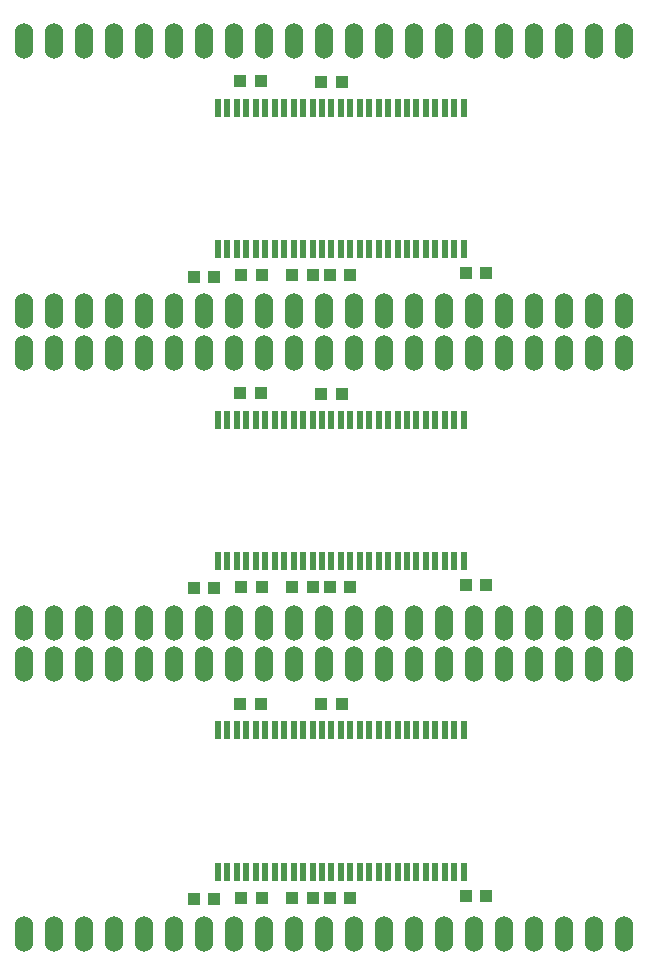
<source format=gtp>
G04 #@! TF.GenerationSoftware,KiCad,Pcbnew,(5.0.2)-1*
G04 #@! TF.CreationDate,2019-01-04T01:54:45+09:00*
G04 #@! TF.ProjectId,sdram-pane,73647261-6d2d-4706-916e-652e6b696361,v1.0*
G04 #@! TF.SameCoordinates,Original*
G04 #@! TF.FileFunction,Paste,Top*
G04 #@! TF.FilePolarity,Positive*
%FSLAX46Y46*%
G04 Gerber Fmt 4.6, Leading zero omitted, Abs format (unit mm)*
G04 Created by KiCad (PCBNEW (5.0.2)-1) date 2019/01/04 1:54:45*
%MOMM*%
%LPD*%
G01*
G04 APERTURE LIST*
%ADD10O,1.524000X3.048000*%
%ADD11R,1.049020X1.079500*%
%ADD12R,0.550000X1.500000*%
G04 APERTURE END LIST*
D10*
G04 #@! TO.C,J1*
X118110000Y-53340000D03*
X120650000Y-53340000D03*
X123190000Y-53340000D03*
X125730000Y-53340000D03*
X128270000Y-53340000D03*
X130810000Y-53340000D03*
X133350000Y-53340000D03*
X135890000Y-53340000D03*
X138430000Y-53340000D03*
X140970000Y-53340000D03*
X143510000Y-53340000D03*
X146050000Y-53340000D03*
X148590000Y-53340000D03*
X151130000Y-53340000D03*
X153670000Y-53340000D03*
X156210000Y-53340000D03*
X158750000Y-53340000D03*
X161290000Y-53340000D03*
X163830000Y-53340000D03*
X166370000Y-53340000D03*
X168910000Y-53340000D03*
G04 #@! TD*
G04 #@! TO.C,J2*
X118110000Y-30480000D03*
X120650000Y-30480000D03*
X123190000Y-30480000D03*
X125730000Y-30480000D03*
X128270000Y-30480000D03*
X130810000Y-30480000D03*
X133350000Y-30480000D03*
X135890000Y-30480000D03*
X138430000Y-30480000D03*
X140970000Y-30480000D03*
X143510000Y-30480000D03*
X146050000Y-30480000D03*
X148590000Y-30480000D03*
X151130000Y-30480000D03*
X153670000Y-30480000D03*
X156210000Y-30480000D03*
X158750000Y-30480000D03*
X161290000Y-30480000D03*
X163830000Y-30480000D03*
X166370000Y-30480000D03*
X168910000Y-30480000D03*
G04 #@! TD*
D11*
G04 #@! TO.C,C1*
X136452240Y-50300000D03*
X138199760Y-50300000D03*
G04 #@! TD*
G04 #@! TO.C,C2*
X132452480Y-50400000D03*
X134200000Y-50400000D03*
G04 #@! TD*
G04 #@! TO.C,C3*
X140752240Y-50300000D03*
X142499760Y-50300000D03*
G04 #@! TD*
G04 #@! TO.C,C4*
X143950240Y-50300000D03*
X145697760Y-50300000D03*
G04 #@! TD*
G04 #@! TO.C,C5*
X155476240Y-50100000D03*
X157223760Y-50100000D03*
G04 #@! TD*
G04 #@! TO.C,C6*
X144999760Y-33900000D03*
X143252240Y-33900000D03*
G04 #@! TD*
G04 #@! TO.C,C7*
X138099760Y-33850000D03*
X136352240Y-33850000D03*
G04 #@! TD*
D12*
G04 #@! TO.C,U1*
X134500000Y-48100000D03*
X135300000Y-48100000D03*
X136100000Y-48100000D03*
X136900000Y-48100000D03*
X137700000Y-48100000D03*
X138500000Y-48100000D03*
X139300000Y-48100000D03*
X140100000Y-48100000D03*
X140900000Y-48100000D03*
X141700000Y-48100000D03*
X142500000Y-48100000D03*
X143300000Y-48100000D03*
X144100000Y-48100000D03*
X144900000Y-48100000D03*
X145700000Y-48100000D03*
X146500000Y-48100000D03*
X147300000Y-48100000D03*
X148100000Y-48100000D03*
X148900000Y-48100000D03*
X149700000Y-48100000D03*
X150500000Y-48100000D03*
X151300000Y-48100000D03*
X152100000Y-48100000D03*
X152900000Y-48100000D03*
X153700000Y-48100000D03*
X154500000Y-48100000D03*
X155300000Y-48100000D03*
X155300000Y-36100000D03*
X154500000Y-36100000D03*
X153700000Y-36100000D03*
X152900000Y-36100000D03*
X152100000Y-36100000D03*
X151300000Y-36100000D03*
X150500000Y-36100000D03*
X149700000Y-36100000D03*
X148900000Y-36100000D03*
X148100000Y-36100000D03*
X147300000Y-36100000D03*
X146500000Y-36100000D03*
X145700000Y-36100000D03*
X144900000Y-36100000D03*
X144100000Y-36100000D03*
X143300000Y-36100000D03*
X142500000Y-36100000D03*
X141700000Y-36100000D03*
X140900000Y-36100000D03*
X140100000Y-36100000D03*
X139300000Y-36100000D03*
X138500000Y-36100000D03*
X137700000Y-36100000D03*
X136900000Y-36100000D03*
X136100000Y-36100000D03*
X135300000Y-36100000D03*
X134500000Y-36100000D03*
G04 #@! TD*
D10*
G04 #@! TO.C,J1*
X118110000Y-79740000D03*
X120650000Y-79740000D03*
X123190000Y-79740000D03*
X125730000Y-79740000D03*
X128270000Y-79740000D03*
X130810000Y-79740000D03*
X133350000Y-79740000D03*
X135890000Y-79740000D03*
X138430000Y-79740000D03*
X140970000Y-79740000D03*
X143510000Y-79740000D03*
X146050000Y-79740000D03*
X148590000Y-79740000D03*
X151130000Y-79740000D03*
X153670000Y-79740000D03*
X156210000Y-79740000D03*
X158750000Y-79740000D03*
X161290000Y-79740000D03*
X163830000Y-79740000D03*
X166370000Y-79740000D03*
X168910000Y-79740000D03*
G04 #@! TD*
G04 #@! TO.C,J2*
X118110000Y-56880000D03*
X120650000Y-56880000D03*
X123190000Y-56880000D03*
X125730000Y-56880000D03*
X128270000Y-56880000D03*
X130810000Y-56880000D03*
X133350000Y-56880000D03*
X135890000Y-56880000D03*
X138430000Y-56880000D03*
X140970000Y-56880000D03*
X143510000Y-56880000D03*
X146050000Y-56880000D03*
X148590000Y-56880000D03*
X151130000Y-56880000D03*
X153670000Y-56880000D03*
X156210000Y-56880000D03*
X158750000Y-56880000D03*
X161290000Y-56880000D03*
X163830000Y-56880000D03*
X166370000Y-56880000D03*
X168910000Y-56880000D03*
G04 #@! TD*
D11*
G04 #@! TO.C,C1*
X136452240Y-76700000D03*
X138199760Y-76700000D03*
G04 #@! TD*
G04 #@! TO.C,C2*
X132452480Y-76800000D03*
X134200000Y-76800000D03*
G04 #@! TD*
G04 #@! TO.C,C3*
X140752240Y-76700000D03*
X142499760Y-76700000D03*
G04 #@! TD*
G04 #@! TO.C,C4*
X143950240Y-76700000D03*
X145697760Y-76700000D03*
G04 #@! TD*
G04 #@! TO.C,C5*
X155476240Y-76500000D03*
X157223760Y-76500000D03*
G04 #@! TD*
G04 #@! TO.C,C6*
X144999760Y-60300000D03*
X143252240Y-60300000D03*
G04 #@! TD*
G04 #@! TO.C,C7*
X138099760Y-60250000D03*
X136352240Y-60250000D03*
G04 #@! TD*
D12*
G04 #@! TO.C,U1*
X134500000Y-74500000D03*
X135300000Y-74500000D03*
X136100000Y-74500000D03*
X136900000Y-74500000D03*
X137700000Y-74500000D03*
X138500000Y-74500000D03*
X139300000Y-74500000D03*
X140100000Y-74500000D03*
X140900000Y-74500000D03*
X141700000Y-74500000D03*
X142500000Y-74500000D03*
X143300000Y-74500000D03*
X144100000Y-74500000D03*
X144900000Y-74500000D03*
X145700000Y-74500000D03*
X146500000Y-74500000D03*
X147300000Y-74500000D03*
X148100000Y-74500000D03*
X148900000Y-74500000D03*
X149700000Y-74500000D03*
X150500000Y-74500000D03*
X151300000Y-74500000D03*
X152100000Y-74500000D03*
X152900000Y-74500000D03*
X153700000Y-74500000D03*
X154500000Y-74500000D03*
X155300000Y-74500000D03*
X155300000Y-62500000D03*
X154500000Y-62500000D03*
X153700000Y-62500000D03*
X152900000Y-62500000D03*
X152100000Y-62500000D03*
X151300000Y-62500000D03*
X150500000Y-62500000D03*
X149700000Y-62500000D03*
X148900000Y-62500000D03*
X148100000Y-62500000D03*
X147300000Y-62500000D03*
X146500000Y-62500000D03*
X145700000Y-62500000D03*
X144900000Y-62500000D03*
X144100000Y-62500000D03*
X143300000Y-62500000D03*
X142500000Y-62500000D03*
X141700000Y-62500000D03*
X140900000Y-62500000D03*
X140100000Y-62500000D03*
X139300000Y-62500000D03*
X138500000Y-62500000D03*
X137700000Y-62500000D03*
X136900000Y-62500000D03*
X136100000Y-62500000D03*
X135300000Y-62500000D03*
X134500000Y-62500000D03*
G04 #@! TD*
D10*
G04 #@! TO.C,J1*
X118110000Y-106040000D03*
X120650000Y-106040000D03*
X123190000Y-106040000D03*
X125730000Y-106040000D03*
X128270000Y-106040000D03*
X130810000Y-106040000D03*
X133350000Y-106040000D03*
X135890000Y-106040000D03*
X138430000Y-106040000D03*
X140970000Y-106040000D03*
X143510000Y-106040000D03*
X146050000Y-106040000D03*
X148590000Y-106040000D03*
X151130000Y-106040000D03*
X153670000Y-106040000D03*
X156210000Y-106040000D03*
X158750000Y-106040000D03*
X161290000Y-106040000D03*
X163830000Y-106040000D03*
X166370000Y-106040000D03*
X168910000Y-106040000D03*
G04 #@! TD*
G04 #@! TO.C,J2*
X118110000Y-83180000D03*
X120650000Y-83180000D03*
X123190000Y-83180000D03*
X125730000Y-83180000D03*
X128270000Y-83180000D03*
X130810000Y-83180000D03*
X133350000Y-83180000D03*
X135890000Y-83180000D03*
X138430000Y-83180000D03*
X140970000Y-83180000D03*
X143510000Y-83180000D03*
X146050000Y-83180000D03*
X148590000Y-83180000D03*
X151130000Y-83180000D03*
X153670000Y-83180000D03*
X156210000Y-83180000D03*
X158750000Y-83180000D03*
X161290000Y-83180000D03*
X163830000Y-83180000D03*
X166370000Y-83180000D03*
X168910000Y-83180000D03*
G04 #@! TD*
D11*
G04 #@! TO.C,C1*
X136452240Y-103000000D03*
X138199760Y-103000000D03*
G04 #@! TD*
G04 #@! TO.C,C2*
X132452480Y-103100000D03*
X134200000Y-103100000D03*
G04 #@! TD*
G04 #@! TO.C,C3*
X140752240Y-103000000D03*
X142499760Y-103000000D03*
G04 #@! TD*
G04 #@! TO.C,C4*
X143950240Y-103000000D03*
X145697760Y-103000000D03*
G04 #@! TD*
G04 #@! TO.C,C5*
X155476240Y-102800000D03*
X157223760Y-102800000D03*
G04 #@! TD*
G04 #@! TO.C,C6*
X144999760Y-86600000D03*
X143252240Y-86600000D03*
G04 #@! TD*
G04 #@! TO.C,C7*
X138099760Y-86550000D03*
X136352240Y-86550000D03*
G04 #@! TD*
D12*
G04 #@! TO.C,U1*
X134500000Y-100800000D03*
X135300000Y-100800000D03*
X136100000Y-100800000D03*
X136900000Y-100800000D03*
X137700000Y-100800000D03*
X138500000Y-100800000D03*
X139300000Y-100800000D03*
X140100000Y-100800000D03*
X140900000Y-100800000D03*
X141700000Y-100800000D03*
X142500000Y-100800000D03*
X143300000Y-100800000D03*
X144100000Y-100800000D03*
X144900000Y-100800000D03*
X145700000Y-100800000D03*
X146500000Y-100800000D03*
X147300000Y-100800000D03*
X148100000Y-100800000D03*
X148900000Y-100800000D03*
X149700000Y-100800000D03*
X150500000Y-100800000D03*
X151300000Y-100800000D03*
X152100000Y-100800000D03*
X152900000Y-100800000D03*
X153700000Y-100800000D03*
X154500000Y-100800000D03*
X155300000Y-100800000D03*
X155300000Y-88800000D03*
X154500000Y-88800000D03*
X153700000Y-88800000D03*
X152900000Y-88800000D03*
X152100000Y-88800000D03*
X151300000Y-88800000D03*
X150500000Y-88800000D03*
X149700000Y-88800000D03*
X148900000Y-88800000D03*
X148100000Y-88800000D03*
X147300000Y-88800000D03*
X146500000Y-88800000D03*
X145700000Y-88800000D03*
X144900000Y-88800000D03*
X144100000Y-88800000D03*
X143300000Y-88800000D03*
X142500000Y-88800000D03*
X141700000Y-88800000D03*
X140900000Y-88800000D03*
X140100000Y-88800000D03*
X139300000Y-88800000D03*
X138500000Y-88800000D03*
X137700000Y-88800000D03*
X136900000Y-88800000D03*
X136100000Y-88800000D03*
X135300000Y-88800000D03*
X134500000Y-88800000D03*
G04 #@! TD*
M02*

</source>
